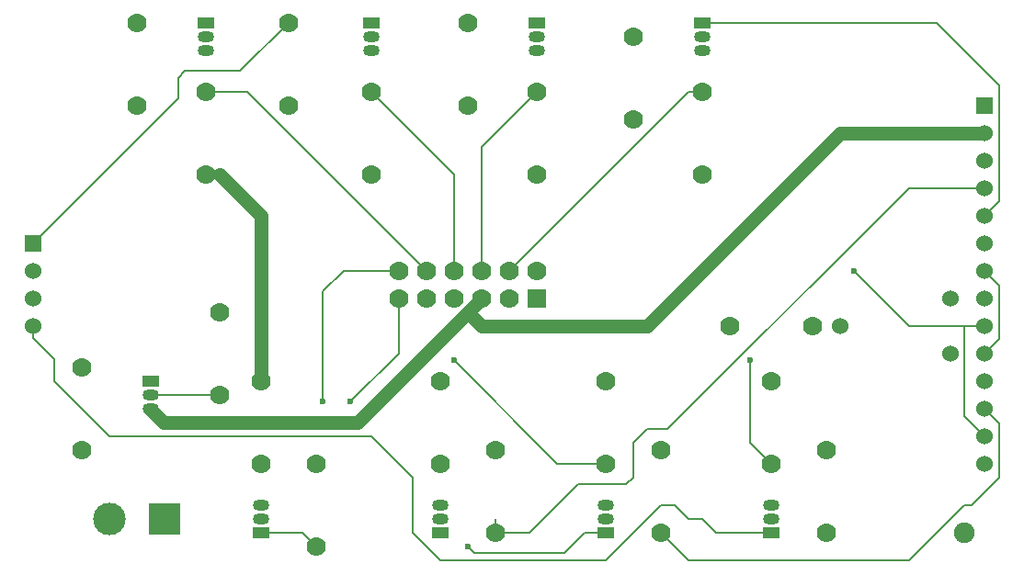
<source format=gbr>
%TF.GenerationSoftware,KiCad,Pcbnew,8.0.4*%
%TF.CreationDate,2024-09-20T15:57:52-06:00*%
%TF.ProjectId,Subsystem SPI Breakout v3,53756273-7973-4746-956d-205350492042,rev?*%
%TF.SameCoordinates,Original*%
%TF.FileFunction,Copper,L2,Bot*%
%TF.FilePolarity,Positive*%
%FSLAX46Y46*%
G04 Gerber Fmt 4.6, Leading zero omitted, Abs format (unit mm)*
G04 Created by KiCad (PCBNEW 8.0.4) date 2024-09-20 15:57:52*
%MOMM*%
%LPD*%
G01*
G04 APERTURE LIST*
%TA.AperFunction,ComponentPad*%
%ADD10C,1.524000*%
%TD*%
%TA.AperFunction,ComponentPad*%
%ADD11R,1.524000X1.524000*%
%TD*%
%TA.AperFunction,ComponentPad*%
%ADD12C,1.778000*%
%TD*%
%TA.AperFunction,ComponentPad*%
%ADD13R,1.500000X1.050000*%
%TD*%
%TA.AperFunction,ComponentPad*%
%ADD14O,1.500000X1.050000*%
%TD*%
%TA.AperFunction,ComponentPad*%
%ADD15C,1.905000*%
%TD*%
%TA.AperFunction,ComponentPad*%
%ADD16R,3.000000X3.000000*%
%TD*%
%TA.AperFunction,ComponentPad*%
%ADD17C,3.000000*%
%TD*%
%TA.AperFunction,ComponentPad*%
%ADD18R,1.778000X1.778000*%
%TD*%
%TA.AperFunction,ViaPad*%
%ADD19C,0.600000*%
%TD*%
%TA.AperFunction,Conductor*%
%ADD20C,0.200000*%
%TD*%
%TA.AperFunction,Conductor*%
%ADD21C,1.270000*%
%TD*%
G04 APERTURE END LIST*
D10*
%TO.P,U2,CS,CS*%
%TO.N,/CS_TFT_3V3*%
X196140000Y-83820000D03*
%TO.P,U2,DC,DC*%
%TO.N,/DC_3V3*%
X196140000Y-88900000D03*
%TO.P,U2,GND,GND*%
%TO.N,/GND*%
X196140000Y-81280000D03*
%TO.P,U2,LED,LED*%
%TO.N,Net-(U2-PadLED)*%
X196140000Y-96520000D03*
%TO.P,U2,RESET,RESET*%
%TO.N,/RESET_3V3*%
X196140000Y-86360000D03*
%TO.P,U2,SCK,SCK*%
%TO.N,/SCK_3V3*%
X196140000Y-93980000D03*
%TO.P,U2,SDI(MOSI),SDI(MOSI)*%
%TO.N,/MOSI_3V3*%
X196140000Y-91440000D03*
%TO.P,U2,SDO(MISO),SDO(MISO)*%
%TO.N,/MISO_3V3*%
X196140000Y-99060000D03*
D11*
%TO.P,U2,SD_CS,SD_CS*%
%TO.N,/CS_SD_3V3*%
X108510000Y-91440000D03*
D10*
%TO.P,U2,SD_MISO,SD_MISO*%
%TO.N,/MISO_3V3*%
X108510000Y-96520000D03*
%TO.P,U2,SD_MOSI,SD_MOSI*%
%TO.N,/MOSI_3V3*%
X108510000Y-93980000D03*
%TO.P,U2,SD_SCK,SD_SCK*%
%TO.N,/SCK_3V3*%
X108510000Y-99060000D03*
%TO.P,U2,T_CLK,T_CLK*%
X196140000Y-101600000D03*
%TO.P,U2,T_CS,T_CS*%
%TO.N,/CS_TOUCH_3V3*%
X196140000Y-104140000D03*
%TO.P,U2,T_DIN,T_DIN*%
%TO.N,/MOSI_3V3*%
X196140000Y-106680000D03*
%TO.P,U2,T_DO,T_DO*%
%TO.N,/MISO_3V3*%
X196140000Y-109220000D03*
%TO.P,U2,T_IRQ,T_IRQ*%
%TO.N,Net-(U1-T_IRQ)*%
X196140000Y-111760000D03*
D11*
%TO.P,U2,Vcc,Vcc*%
%TO.N,/3V3*%
X196140000Y-78740000D03*
%TD*%
D12*
%TO.P,R5,P$1,P$1*%
%TO.N,/3V3*%
X118110000Y-78740000D03*
%TO.P,R5,P$2,P$2*%
%TO.N,/MISO_3V3*%
X118110000Y-71120000D03*
%TD*%
%TO.P,R9,P$1,P$1*%
%TO.N,/3V3*%
X172720000Y-99060000D03*
%TO.P,R9,P$2,P$2*%
%TO.N,Net-(R9-PadP$2)*%
X180340000Y-99060000D03*
%TD*%
D10*
%TO.P,U3,Vin*%
%TO.N,Net-(R9-PadP$2)*%
X182880000Y-99060000D03*
%TO.P,U3,Vout1*%
%TO.N,Net-(U2-PadLED)*%
X193040000Y-96520000D03*
%TO.P,U3,Vout2*%
%TO.N,unconnected-(U3-PadVout2)*%
X193040000Y-101600000D03*
%TD*%
D12*
%TO.P,R16,P$1,P$1*%
%TO.N,/3V3*%
X134620000Y-111760000D03*
%TO.P,R16,P$2,P$2*%
%TO.N,/CS_TOUCH_3V3*%
X134620000Y-119380000D03*
%TD*%
%TO.P,R10,P$1,P$1*%
%TO.N,/3V3*%
X148590000Y-78740000D03*
%TO.P,R10,P$2,P$2*%
%TO.N,/CS_TFT_3V3*%
X148590000Y-71120000D03*
%TD*%
D13*
%TO.P,CS_SD1,1,D*%
%TO.N,/CS_SD_3V3*%
X139700000Y-71120000D03*
D14*
%TO.P,CS_SD1,2,G*%
%TO.N,/3V3*%
X139700000Y-72390000D03*
%TO.P,CS_SD1,3,S*%
%TO.N,/CS_SD_5V*%
X139700000Y-73660000D03*
%TD*%
D13*
%TO.P,DC1,1,D*%
%TO.N,/DC_3V3*%
X170180000Y-71120000D03*
D14*
%TO.P,DC1,2,G*%
%TO.N,/3V3*%
X170180000Y-72390000D03*
%TO.P,DC1,3,S*%
%TO.N,/DC_5V*%
X170180000Y-73660000D03*
%TD*%
D12*
%TO.P,R1,P$1,P$1*%
%TO.N,/3V3*%
X181610000Y-110490000D03*
%TO.P,R1,P$2,P$2*%
%TO.N,/SCK_3V3*%
X181610000Y-118110000D03*
%TD*%
%TO.P,R17,P$1,P$1*%
%TO.N,/5V*%
X129540000Y-104140000D03*
%TO.P,R17,P$2,P$2*%
%TO.N,/CS_TOUCH_5V*%
X129540000Y-111760000D03*
%TD*%
%TO.P,R14,P$1,P$1*%
%TO.N,/3V3*%
X132080000Y-78740000D03*
%TO.P,R14,P$2,P$2*%
%TO.N,/CS_SD_3V3*%
X132080000Y-71120000D03*
%TD*%
%TO.P,R11,P$1,P$1*%
%TO.N,/5V*%
X154940000Y-85090000D03*
%TO.P,R11,P$2,P$2*%
%TO.N,/CS_TFT_5V*%
X154940000Y-77470000D03*
%TD*%
D14*
%TO.P,RESET1,3,S*%
%TO.N,/RESET_5V*%
X146050000Y-115570000D03*
%TO.P,RESET1,2,G*%
%TO.N,/3V3*%
X146050000Y-116840000D03*
D13*
%TO.P,RESET1,1,D*%
%TO.N,/RESET_3V3*%
X146050000Y-118110000D03*
%TD*%
D12*
%TO.P,R6,P$1,P$1*%
%TO.N,/5V*%
X124460000Y-85090000D03*
%TO.P,R6,P$2,P$2*%
%TO.N,/MISO_5V*%
X124460000Y-77470000D03*
%TD*%
D13*
%TO.P,MISO1,1,D*%
%TO.N,/MISO_3V3*%
X124460000Y-71120000D03*
D14*
%TO.P,MISO1,2,G*%
%TO.N,/3V3*%
X124460000Y-72390000D03*
%TO.P,MISO1,3,S*%
%TO.N,/MISO_5V*%
X124460000Y-73660000D03*
%TD*%
D15*
%TO.P,U1,1,T_IRQ*%
%TO.N,Net-(U1-T_IRQ)*%
X194310000Y-118110000D03*
%TD*%
D16*
%TO.P,LS1,1,1*%
%TO.N,/5V*%
X120650000Y-116840000D03*
D17*
%TO.P,LS1,2,2*%
%TO.N,Net-(LS1-Pad2)*%
X115570000Y-116840000D03*
%TD*%
D12*
%TO.P,R15,P$1,P$1*%
%TO.N,/5V*%
X139700000Y-85090000D03*
%TO.P,R15,P$2,P$2*%
%TO.N,/CS_SD_5V*%
X139700000Y-77470000D03*
%TD*%
D18*
%TO.P,C1,3V3,3V3*%
%TO.N,/3V3*%
X154940000Y-96520000D03*
D12*
%TO.P,C1,5V,5V*%
%TO.N,/5V*%
X152400000Y-96520000D03*
%TO.P,C1,GND,GND*%
%TO.N,/GND*%
X149860000Y-96520000D03*
%TO.P,C1,MISO,MISO*%
%TO.N,/MISO_5V*%
X144780000Y-93980000D03*
%TO.P,C1,MOSI,MOSI*%
%TO.N,/MOSI_5V*%
X144780000Y-96520000D03*
%TO.P,C1,RST,Reset*%
%TO.N,/RESET_5V*%
X142240000Y-96520000D03*
%TO.P,C1,SCK,SCK*%
%TO.N,/SCK_5V*%
X147320000Y-96520000D03*
%TO.P,C1,SD_CS,SD_CS*%
%TO.N,/CS_SD_5V*%
X147320000Y-93980000D03*
%TO.P,C1,SPKR,SPKR*%
%TO.N,Net-(C1-PadSPKR)*%
X154940000Y-93980000D03*
%TO.P,C1,TFT_CS,TFT_CS*%
%TO.N,/CS_TFT_5V*%
X149860000Y-93980000D03*
%TO.P,C1,TFT_DC,TFT_DC*%
%TO.N,/DC_5V*%
X152400000Y-93980000D03*
%TO.P,C1,T_CS,Touch_CS*%
%TO.N,/CS_TOUCH_5V*%
X142240000Y-93980000D03*
%TD*%
D14*
%TO.P,MOSI1,3,S*%
%TO.N,/MOSI_5V*%
X161290000Y-115570000D03*
%TO.P,MOSI1,2,G*%
%TO.N,/3V3*%
X161290000Y-116840000D03*
D13*
%TO.P,MOSI1,1,D*%
%TO.N,/MOSI_3V3*%
X161290000Y-118110000D03*
%TD*%
D12*
%TO.P,R12,P$1,P$1*%
%TO.N,/3V3*%
X163830000Y-80010000D03*
%TO.P,R12,P$2,P$2*%
%TO.N,/DC_3V3*%
X163830000Y-72390000D03*
%TD*%
%TO.P,R2,P$1,P$1*%
%TO.N,/5V*%
X176530000Y-104140000D03*
%TO.P,R2,P$2,P$2*%
%TO.N,/SCK_5V*%
X176530000Y-111760000D03*
%TD*%
D13*
%TO.P,Amplifying Transistor1,1,E*%
%TO.N,Net-(Amplifying Transistor1-E)*%
X119380000Y-104140000D03*
D14*
%TO.P,Amplifying Transistor1,2,B*%
%TO.N,Net-(Amplifying Transistor1-B)*%
X119380000Y-105410000D03*
%TO.P,Amplifying Transistor1,3,C*%
%TO.N,/GND*%
X119380000Y-106680000D03*
%TD*%
D12*
%TO.P,R7,P$1,P$1*%
%TO.N,Net-(Amplifying Transistor1-E)*%
X113030000Y-102870000D03*
%TO.P,R7,P$2,P$2*%
%TO.N,Net-(LS1-Pad2)*%
X113030000Y-110490000D03*
%TD*%
%TO.P,R13,P$1,P$1*%
%TO.N,/5V*%
X170180000Y-85090000D03*
%TO.P,R13,P$2,P$2*%
%TO.N,/DC_5V*%
X170180000Y-77470000D03*
%TD*%
%TO.P,R19,P$1,P$1*%
%TO.N,/5V*%
X146050000Y-104140000D03*
%TO.P,R19,P$2,P$2*%
%TO.N,/RESET_5V*%
X146050000Y-111760000D03*
%TD*%
D13*
%TO.P,CS_TFT1,1,D*%
%TO.N,/CS_TFT_3V3*%
X154940000Y-71120000D03*
D14*
%TO.P,CS_TFT1,2,G*%
%TO.N,/3V3*%
X154940000Y-72390000D03*
%TO.P,CS_TFT1,3,S*%
%TO.N,/CS_TFT_5V*%
X154940000Y-73660000D03*
%TD*%
%TO.P,SCK1,3,S*%
%TO.N,/SCK_5V*%
X176530000Y-115570000D03*
%TO.P,SCK1,2,G*%
%TO.N,/3V3*%
X176530000Y-116840000D03*
D13*
%TO.P,SCK1,1,D*%
%TO.N,/SCK_3V3*%
X176530000Y-118110000D03*
%TD*%
D12*
%TO.P,R3,P$1,P$1*%
%TO.N,/3V3*%
X166370000Y-110490000D03*
%TO.P,R3,P$2,P$2*%
%TO.N,/MOSI_3V3*%
X166370000Y-118110000D03*
%TD*%
%TO.P,R18,P$1,P$1*%
%TO.N,/3V3*%
X151130000Y-110490000D03*
%TO.P,R18,P$2,P$2*%
%TO.N,/RESET_3V3*%
X151130000Y-118110000D03*
%TD*%
%TO.P,R8,P$1,P$1*%
%TO.N,Net-(Amplifying Transistor1-B)*%
X125730000Y-105410000D03*
%TO.P,R8,P$2,P$2*%
%TO.N,Net-(C1-PadSPKR)*%
X125730000Y-97790000D03*
%TD*%
%TO.P,R4,P$1,P$1*%
%TO.N,/5V*%
X161290000Y-104140000D03*
%TO.P,R4,P$2,P$2*%
%TO.N,/MOSI_5V*%
X161290000Y-111760000D03*
%TD*%
D13*
%TO.P,CS_Touch1,1,D*%
%TO.N,/CS_TOUCH_3V3*%
X129540000Y-118110000D03*
D14*
%TO.P,CS_Touch1,2,G*%
%TO.N,/3V3*%
X129540000Y-116840000D03*
%TO.P,CS_Touch1,3,S*%
%TO.N,/CS_TOUCH_5V*%
X129540000Y-115570000D03*
%TD*%
D19*
%TO.N,/SCK_5V*%
X174625000Y-102235000D03*
%TO.N,/MOSI_5V*%
X147320000Y-102235000D03*
%TO.N,/RESET_5V*%
X137795000Y-106045000D03*
%TO.N,/CS_TOUCH_5V*%
X135255000Y-106045000D03*
%TO.N,/MOSI_3V3*%
X148590000Y-119380000D03*
%TO.N,/MISO_3V3*%
X184150000Y-93980000D03*
%TD*%
D20*
%TO.N,/SCK_5V*%
X174625000Y-109855000D02*
X174625000Y-102235000D01*
X176530000Y-111760000D02*
X174625000Y-109855000D01*
%TO.N,/MOSI_5V*%
X156845000Y-111760000D02*
X147320000Y-102235000D01*
X161290000Y-111760000D02*
X156845000Y-111760000D01*
%TO.N,/RESET_3V3*%
X154305000Y-118110000D02*
X151130000Y-118110000D01*
X158750000Y-113665000D02*
X154305000Y-118110000D01*
X163195000Y-113665000D02*
X158750000Y-113665000D01*
X163830000Y-113030000D02*
X163195000Y-113665000D01*
X163830000Y-109855000D02*
X163830000Y-113030000D01*
X165100000Y-108585000D02*
X163830000Y-109855000D01*
X189230000Y-86360000D02*
X167005000Y-108585000D01*
X167005000Y-108585000D02*
X165100000Y-108585000D01*
X196140000Y-86360000D02*
X189230000Y-86360000D01*
%TO.N,/RESET_5V*%
X142240000Y-101600000D02*
X137795000Y-106045000D01*
X142240000Y-96520000D02*
X142240000Y-101600000D01*
%TO.N,/CS_TOUCH_5V*%
X137160000Y-93980000D02*
X142240000Y-93980000D01*
X135255000Y-95885000D02*
X137160000Y-93980000D01*
X135255000Y-106045000D02*
X135255000Y-95885000D01*
%TO.N,/DC_5V*%
X168910000Y-77470000D02*
X152400000Y-93980000D01*
X170180000Y-77470000D02*
X168910000Y-77470000D01*
%TO.N,/CS_TFT_5V*%
X149860000Y-82550000D02*
X149860000Y-93980000D01*
X154940000Y-77470000D02*
X149860000Y-82550000D01*
%TO.N,/CS_SD_5V*%
X139700000Y-77470000D02*
X147320000Y-85090000D01*
X147320000Y-85090000D02*
X147320000Y-93980000D01*
%TO.N,/MISO_5V*%
X128270000Y-77470000D02*
X144780000Y-93980000D01*
X124460000Y-77470000D02*
X128270000Y-77470000D01*
%TO.N,/CS_SD_3V3*%
X121920000Y-78030000D02*
X108510000Y-91440000D01*
X121920000Y-76200000D02*
X121920000Y-78030000D01*
X127635000Y-75565000D02*
X122555000Y-75565000D01*
X132080000Y-71120000D02*
X127635000Y-75565000D01*
X122555000Y-75565000D02*
X121920000Y-76200000D01*
%TO.N,/MOSI_3V3*%
X149225000Y-120015000D02*
X148590000Y-119380000D01*
X157480000Y-120015000D02*
X149225000Y-120015000D01*
X159385000Y-118110000D02*
X157480000Y-120015000D01*
X161290000Y-118110000D02*
X159385000Y-118110000D01*
%TO.N,/SCK_3V3*%
X170180000Y-116840000D02*
X171450000Y-118110000D01*
X168910000Y-116840000D02*
X170180000Y-116840000D01*
X167640000Y-115570000D02*
X168910000Y-116840000D01*
X171450000Y-118110000D02*
X176530000Y-118110000D01*
X166370000Y-115570000D02*
X167640000Y-115570000D01*
X146050000Y-120650000D02*
X161290000Y-120650000D01*
X161290000Y-120650000D02*
X166370000Y-115570000D01*
X143510000Y-113030000D02*
X143510000Y-118110000D01*
X139700000Y-109220000D02*
X143510000Y-113030000D01*
X143510000Y-118110000D02*
X146050000Y-120650000D01*
X115570000Y-109220000D02*
X139700000Y-109220000D01*
X110490000Y-104140000D02*
X115570000Y-109220000D01*
X108510000Y-100137630D02*
X110490000Y-102117630D01*
X110490000Y-102117630D02*
X110490000Y-104140000D01*
X108510000Y-99060000D02*
X108510000Y-100137630D01*
%TO.N,/MOSI_3V3*%
X168910000Y-120650000D02*
X166370000Y-118110000D01*
X189230000Y-120650000D02*
X168910000Y-120650000D01*
X194980000Y-115570000D02*
X194310000Y-115570000D01*
X194310000Y-115570000D02*
X189230000Y-120650000D01*
X197520000Y-113030000D02*
X194980000Y-115570000D01*
X197520000Y-108060000D02*
X197520000Y-113030000D01*
X196140000Y-106680000D02*
X197520000Y-108060000D01*
%TO.N,/RESET_3V3*%
X151130000Y-116840000D02*
X151130000Y-118110000D01*
%TO.N,/MISO_3V3*%
X196140000Y-109220000D02*
X194310000Y-107390000D01*
X194310000Y-99060000D02*
X189230000Y-99060000D01*
X196140000Y-99060000D02*
X194310000Y-99060000D01*
X194310000Y-107390000D02*
X194310000Y-99060000D01*
%TO.N,/SCK_3V3*%
X197520000Y-100220000D02*
X196140000Y-101600000D01*
X197520000Y-95360000D02*
X197520000Y-100220000D01*
X196140000Y-93980000D02*
X197520000Y-95360000D01*
%TO.N,/MISO_3V3*%
X189230000Y-99060000D02*
X184150000Y-93980000D01*
%TO.N,/DC_3V3*%
X191770000Y-71120000D02*
X170180000Y-71120000D01*
X197520000Y-76870000D02*
X191770000Y-71120000D01*
X197520000Y-87520000D02*
X197520000Y-76870000D01*
X196140000Y-88900000D02*
X197520000Y-87520000D01*
D21*
%TO.N,/GND*%
X165100000Y-99060000D02*
X182880000Y-81280000D01*
X182880000Y-81280000D02*
X196140000Y-81280000D01*
X148590000Y-97790000D02*
X149860000Y-99060000D01*
X149860000Y-99060000D02*
X165100000Y-99060000D01*
X148590000Y-97790000D02*
X138430000Y-107950000D01*
X149860000Y-96520000D02*
X148590000Y-97790000D01*
D20*
%TO.N,/CS_TOUCH_3V3*%
X133350000Y-118110000D02*
X134620000Y-119380000D01*
X129540000Y-118110000D02*
X133350000Y-118110000D01*
%TO.N,Net-(Amplifying Transistor1-B)*%
X119380000Y-105410000D02*
X125730000Y-105410000D01*
D21*
%TO.N,/GND*%
X120560000Y-107950000D02*
X119380000Y-106770000D01*
X138430000Y-107950000D02*
X120560000Y-107950000D01*
%TO.N,/5V*%
X129540000Y-88900000D02*
X129540000Y-104140000D01*
X125730000Y-85090000D02*
X129540000Y-88900000D01*
%TD*%
M02*

</source>
